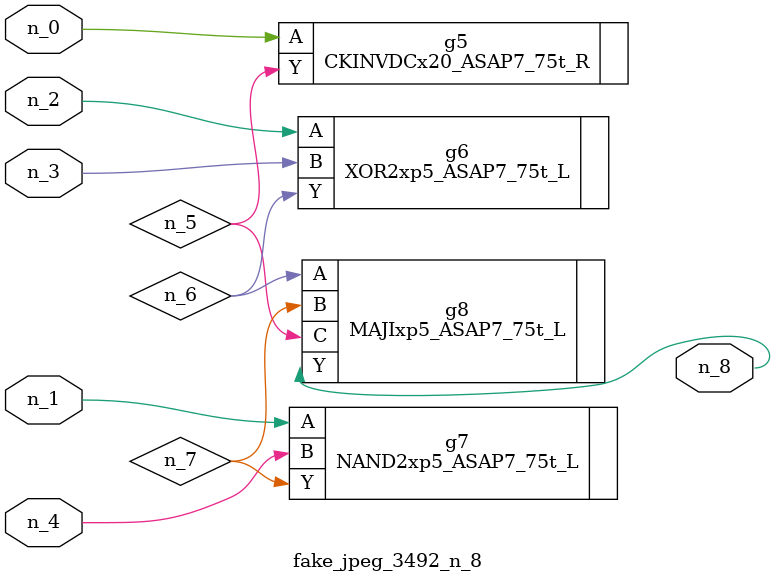
<source format=v>
module fake_jpeg_3492_n_8 (n_3, n_2, n_1, n_0, n_4, n_8);

input n_3;
input n_2;
input n_1;
input n_0;
input n_4;

output n_8;

wire n_6;
wire n_5;
wire n_7;

CKINVDCx20_ASAP7_75t_R g5 ( 
.A(n_0),
.Y(n_5)
);

XOR2xp5_ASAP7_75t_L g6 ( 
.A(n_2),
.B(n_3),
.Y(n_6)
);

NAND2xp5_ASAP7_75t_L g7 ( 
.A(n_1),
.B(n_4),
.Y(n_7)
);

MAJIxp5_ASAP7_75t_L g8 ( 
.A(n_6),
.B(n_7),
.C(n_5),
.Y(n_8)
);


endmodule
</source>
